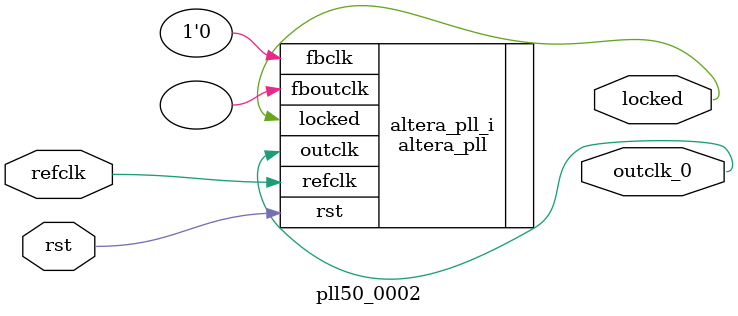
<source format=v>
`timescale 1ns/10ps
module  pll50_0002(

	// interface 'refclk'
	input wire refclk,

	// interface 'reset'
	input wire rst,

	// interface 'outclk0'
	output wire outclk_0,

	// interface 'locked'
	output wire locked
);

	altera_pll #(
		.fractional_vco_multiplier("false"),
		.reference_clock_frequency("50.0 MHz"),
		.operation_mode("direct"),
		.number_of_clocks(1),
		.output_clock_frequency0("10.240000 MHz"),
		.phase_shift0("0 ps"),
		.duty_cycle0(50),
		.output_clock_frequency1("0 MHz"),
		.phase_shift1("0 ps"),
		.duty_cycle1(50),
		.output_clock_frequency2("0 MHz"),
		.phase_shift2("0 ps"),
		.duty_cycle2(50),
		.output_clock_frequency3("0 MHz"),
		.phase_shift3("0 ps"),
		.duty_cycle3(50),
		.output_clock_frequency4("0 MHz"),
		.phase_shift4("0 ps"),
		.duty_cycle4(50),
		.output_clock_frequency5("0 MHz"),
		.phase_shift5("0 ps"),
		.duty_cycle5(50),
		.output_clock_frequency6("0 MHz"),
		.phase_shift6("0 ps"),
		.duty_cycle6(50),
		.output_clock_frequency7("0 MHz"),
		.phase_shift7("0 ps"),
		.duty_cycle7(50),
		.output_clock_frequency8("0 MHz"),
		.phase_shift8("0 ps"),
		.duty_cycle8(50),
		.output_clock_frequency9("0 MHz"),
		.phase_shift9("0 ps"),
		.duty_cycle9(50),
		.output_clock_frequency10("0 MHz"),
		.phase_shift10("0 ps"),
		.duty_cycle10(50),
		.output_clock_frequency11("0 MHz"),
		.phase_shift11("0 ps"),
		.duty_cycle11(50),
		.output_clock_frequency12("0 MHz"),
		.phase_shift12("0 ps"),
		.duty_cycle12(50),
		.output_clock_frequency13("0 MHz"),
		.phase_shift13("0 ps"),
		.duty_cycle13(50),
		.output_clock_frequency14("0 MHz"),
		.phase_shift14("0 ps"),
		.duty_cycle14(50),
		.output_clock_frequency15("0 MHz"),
		.phase_shift15("0 ps"),
		.duty_cycle15(50),
		.output_clock_frequency16("0 MHz"),
		.phase_shift16("0 ps"),
		.duty_cycle16(50),
		.output_clock_frequency17("0 MHz"),
		.phase_shift17("0 ps"),
		.duty_cycle17(50),
		.pll_type("General"),
		.pll_subtype("General")
	) altera_pll_i (
		.rst	(rst),
		.outclk	({outclk_0}),
		.locked	(locked),
		.fboutclk	( ),
		.fbclk	(1'b0),
		.refclk	(refclk)
	);
endmodule


</source>
